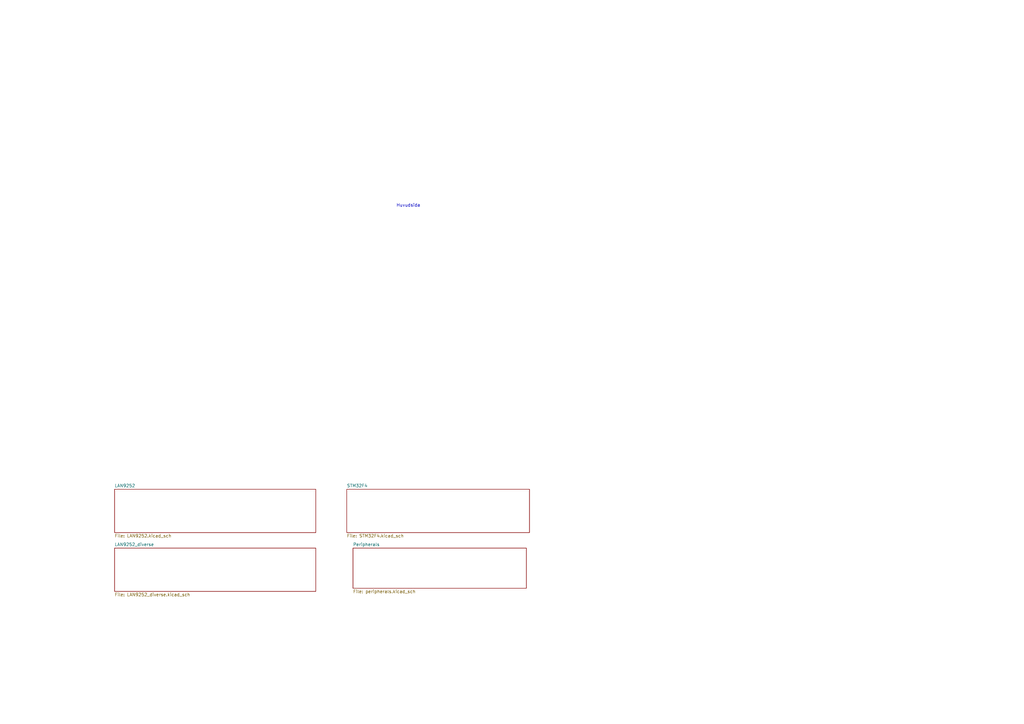
<source format=kicad_sch>
(kicad_sch
	(version 20231120)
	(generator "eeschema")
	(generator_version "8.0")
	(uuid "5597aedc-b607-407f-bbfd-31b3b298ecb1")
	(paper "A3")
	(lib_symbols)
	(text "Huvudsida"
		(exclude_from_sim no)
		(at 162.56 85.09 0)
		(effects
			(font
				(size 1.27 1.27)
			)
			(justify left bottom)
		)
		(uuid "adf2be63-7ec7-44be-837f-901ddbc80717")
	)
	(sheet
		(at 144.78 224.79)
		(size 71.12 16.51)
		(fields_autoplaced yes)
		(stroke
			(width 0.1524)
			(type solid)
		)
		(fill
			(color 0 0 0 0.0000)
		)
		(uuid "0a376a6c-0f15-42f8-81f6-3a55619be267")
		(property "Sheetname" "Peripherals"
			(at 144.78 224.0784 0)
			(effects
				(font
					(size 1.27 1.27)
				)
				(justify left bottom)
			)
		)
		(property "Sheetfile" "peripherals.kicad_sch"
			(at 144.78 241.8846 0)
			(effects
				(font
					(size 1.27 1.27)
				)
				(justify left top)
			)
		)
		(instances
			(project "Ethercat-stm32"
				(path "/5597aedc-b607-407f-bbfd-31b3b298ecb1"
					(page "5")
				)
			)
		)
	)
	(sheet
		(at 46.99 224.79)
		(size 82.55 17.78)
		(fields_autoplaced yes)
		(stroke
			(width 0.1524)
			(type solid)
		)
		(fill
			(color 0 0 0 0.0000)
		)
		(uuid "650f1ee4-2ce7-4e9d-a70d-f9d8defa5d03")
		(property "Sheetname" "LAN9252_diverse"
			(at 46.99 224.0784 0)
			(effects
				(font
					(size 1.27 1.27)
				)
				(justify left bottom)
			)
		)
		(property "Sheetfile" "LAN9252_diverse.kicad_sch"
			(at 46.99 243.1546 0)
			(effects
				(font
					(size 1.27 1.27)
				)
				(justify left top)
			)
		)
		(instances
			(project "Ethercat-stm32"
				(path "/5597aedc-b607-407f-bbfd-31b3b298ecb1"
					(page "3")
				)
			)
		)
	)
	(sheet
		(at 46.99 200.66)
		(size 82.55 17.78)
		(fields_autoplaced yes)
		(stroke
			(width 0.1524)
			(type solid)
		)
		(fill
			(color 0 0 0 0.0000)
		)
		(uuid "a120273a-c1ae-42b3-935d-01f789f654a3")
		(property "Sheetname" "LAN9252"
			(at 46.99 199.9484 0)
			(effects
				(font
					(size 1.27 1.27)
				)
				(justify left bottom)
			)
		)
		(property "Sheetfile" "LAN9252.kicad_sch"
			(at 46.99 219.0246 0)
			(effects
				(font
					(size 1.27 1.27)
				)
				(justify left top)
			)
		)
		(instances
			(project "Ethercat-stm32"
				(path "/5597aedc-b607-407f-bbfd-31b3b298ecb1"
					(page "2")
				)
			)
		)
	)
	(sheet
		(at 142.24 200.66)
		(size 74.93 17.78)
		(fields_autoplaced yes)
		(stroke
			(width 0.1524)
			(type solid)
		)
		(fill
			(color 0 0 0 0.0000)
		)
		(uuid "d564400f-40ba-4aca-9c2a-14ec52a8353b")
		(property "Sheetname" "STM32F4"
			(at 142.24 199.9484 0)
			(effects
				(font
					(size 1.27 1.27)
				)
				(justify left bottom)
			)
		)
		(property "Sheetfile" "STM32F4.kicad_sch"
			(at 142.24 219.0246 0)
			(effects
				(font
					(size 1.27 1.27)
				)
				(justify left top)
			)
		)
		(instances
			(project "Ethercat-stm32"
				(path "/5597aedc-b607-407f-bbfd-31b3b298ecb1"
					(page "4")
				)
			)
		)
	)
	(sheet_instances
		(path "/"
			(page "1")
		)
	)
)

</source>
